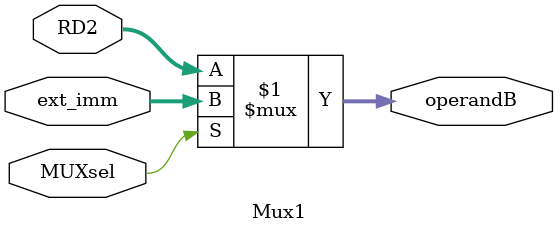
<source format=v>
`timescale 1ns / 1ps


module Mux1(RD2,ext_imm, operandB, MUXsel);
    
    input MUXsel;
    input [31:0] RD2;
    input [31:0] ext_imm;
    output [31:0] operandB;
    
    wire [31:0] operandB;
    
    //shortened if statement...i.e. if mux is 1 then it selects RD2 otherwise it selects ext_imm
    //If 0, select RD2 for R-type instruction
    //If 1, select ext_imm for I-type instruction
    
    assign operandB = (MUXsel) ? ext_imm : RD2;
    
    
    
    
endmodule

</source>
